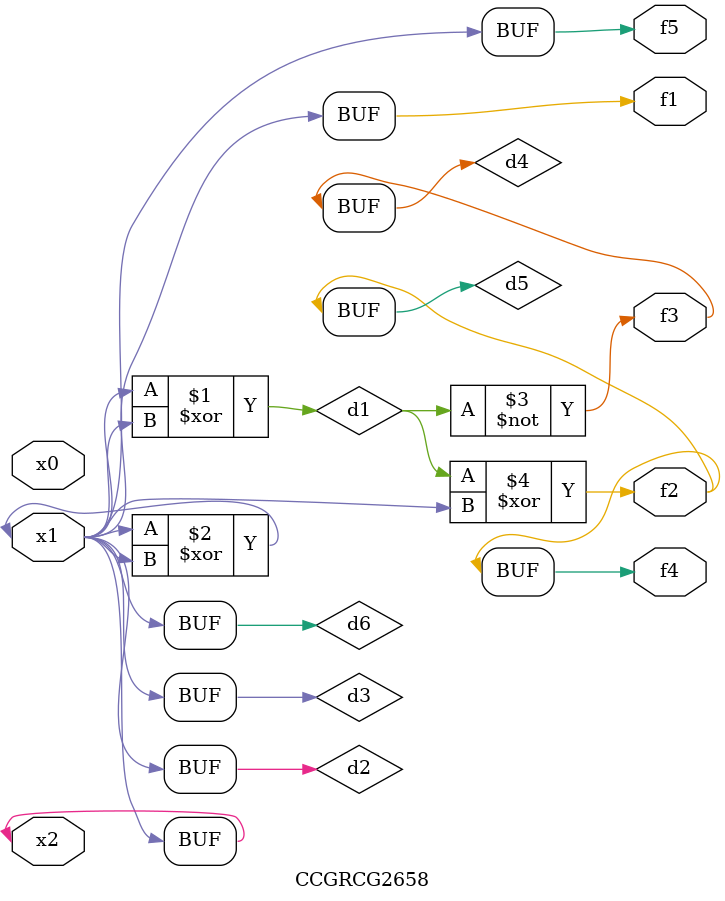
<source format=v>
module CCGRCG2658(
	input x0, x1, x2,
	output f1, f2, f3, f4, f5
);

	wire d1, d2, d3, d4, d5, d6;

	xor (d1, x1, x2);
	buf (d2, x1, x2);
	xor (d3, x1, x2);
	nor (d4, d1);
	xor (d5, d1, d2);
	buf (d6, d2, d3);
	assign f1 = d6;
	assign f2 = d5;
	assign f3 = d4;
	assign f4 = d5;
	assign f5 = d6;
endmodule

</source>
